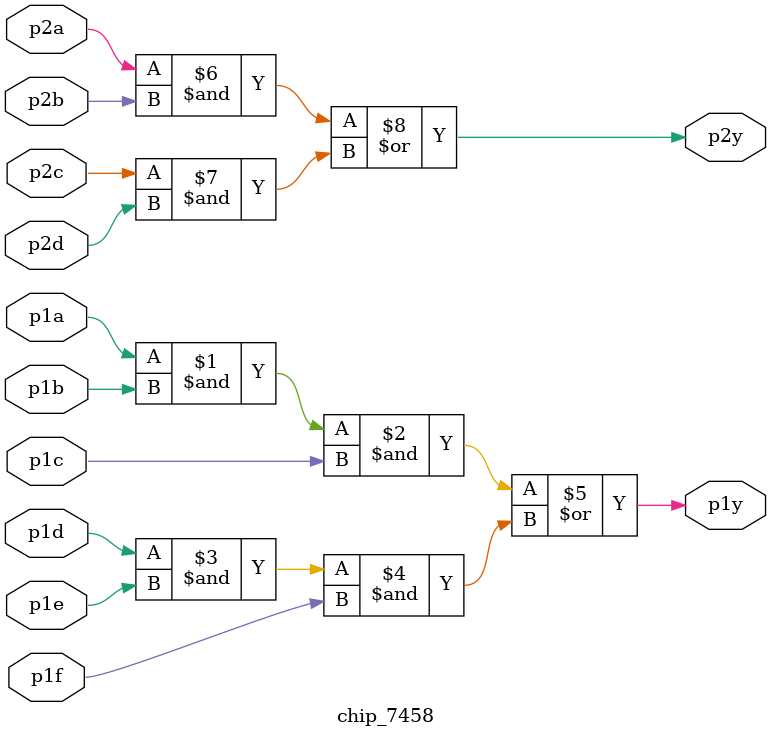
<source format=v>
module chip_7458 ( 
    input p1a, p1b, p1c, p1d, p1e, p1f,
    output p1y,
    input p2a, p2b, p2c, p2d,
    output p2y );
    
    assign p1y = (p1a & p1b & p1c) | (p1d & p1e & p1f);
    assign p2y = (p2a & p2b) | (p2c & p2d);



endmodule
</source>
